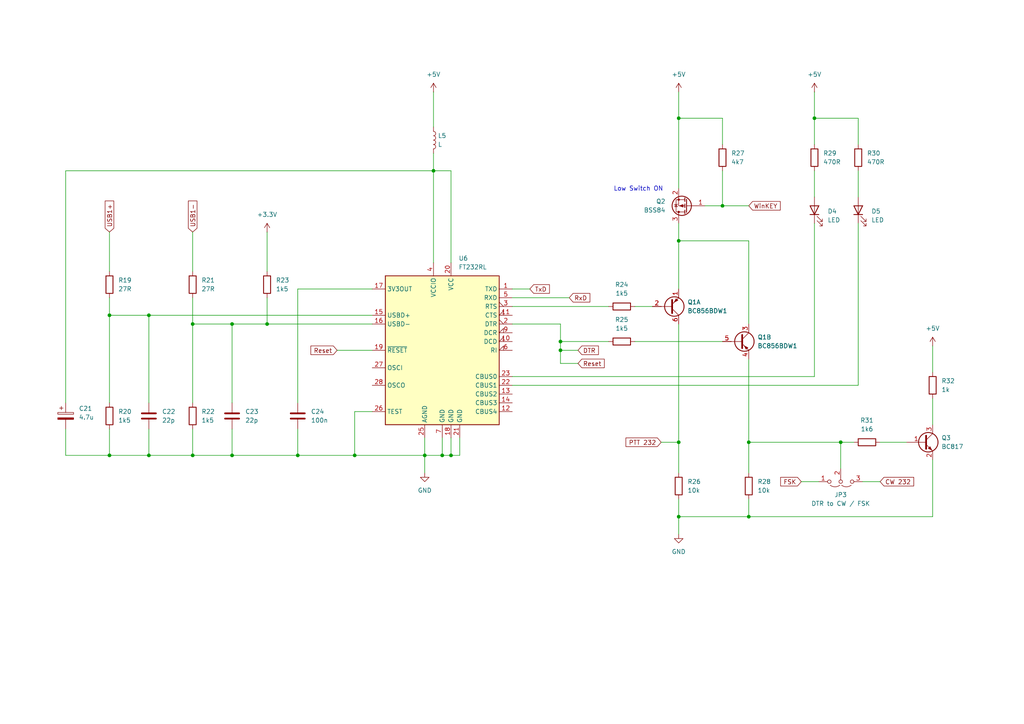
<source format=kicad_sch>
(kicad_sch (version 20231120) (generator "eeschema") (generator_version "8.0")
  (paper "A4")
  (title_block (rev "0.1"))
  (lib_symbols
    (symbol "Device:C" (pin_numbers hide) (pin_names (offset 0.254))
      (property "Reference" "C" (at 0.635 2.54 0))
      (property "Value" "C" (at 0.635 -2.54 0))
      (symbol "C_0_1"
        (polyline (pts (xy -2.032 -0.762) (xy 2.032 -0.762)) (stroke (width 0.508)))
        (polyline (pts (xy -2.032 0.762) (xy 2.032 0.762)) (stroke (width 0.508)))
      )
      (symbol "C_1_1"
        (pin passive line (at 0 3.81 270) (length 2.794) (name "~") (number "1"))
        (pin passive line (at 0 -3.81 90) (length 2.794) (name "~") (number "2"))
      )
    )
    (symbol "Device:C_Polarized" (pin_numbers hide) (pin_names (offset 0.254))
      (property "Reference" "C" (at 0.635 2.54 0))
      (property "Value" "C_Polarized" (at 0.635 -2.54 0))
      (symbol "C_Polarized_0_1"
        (rectangle (start -2.286 0.508) (end 2.286 1.016))
        (polyline (pts (xy -1.778 2.286) (xy -0.762 2.286)))
        (polyline (pts (xy -1.27 2.794) (xy -1.27 1.778)))
        (rectangle (start 2.286 -0.508) (end -2.286 -1.016) (fill (type outline)))
      )
      (symbol "C_Polarized_1_1"
        (pin passive line (at 0 3.81 270) (length 2.794) (name "~") (number "1"))
        (pin passive line (at 0 -3.81 90) (length 2.794) (name "~") (number "2"))
      )
    )
    (symbol "Device:L" (pin_numbers hide) (pin_names (offset 1.016) hide)
      (property "Reference" "L" (at -1.27 0 90))
      (property "Value" "L" (at 1.905 0 90))
      (symbol "L_0_1"
        (arc (start 0 -2.54) (mid 0.6323 -1.905) (end 0 -1.27))
        (arc (start 0 -1.27) (mid 0.6323 -0.635) (end 0 0))
        (arc (start 0 0) (mid 0.6323 0.635) (end 0 1.27))
        (arc (start 0 1.27) (mid 0.6323 1.905) (end 0 2.54))
      )
      (symbol "L_1_1"
        (pin passive line (at 0 3.81 270) (length 1.27) (name "1") (number "1"))
        (pin passive line (at 0 -3.81 90) (length 1.27) (name "2") (number "2"))
      )
    )
    (symbol "Device:LED" (pin_numbers hide) (pin_names (offset 1.016) hide)
      (property "Reference" "D" (at 0 2.54 0))
      (property "Value" "LED" (at 0 -2.54 0))
      (symbol "LED_0_1"
        (polyline (pts (xy -1.27 -1.27) (xy -1.27 1.27)) (stroke (width 0.254)))
        (polyline (pts (xy -1.27 0) (xy 1.27 0)))
        (polyline (pts (xy 1.27 -1.27) (xy 1.27 1.27) (xy -1.27 0) (xy 1.27 -1.27)) (stroke (width 0.254)))
        (polyline (pts (xy -3.048 -0.762) (xy -4.572 -2.286) (xy -3.81 -2.286) (xy -4.572 -2.286) (xy -4.572 -1.524)))
        (polyline (pts (xy -1.778 -0.762) (xy -3.302 -2.286) (xy -2.54 -2.286) (xy -3.302 -2.286) (xy -3.302 -1.524)))
      )
      (symbol "LED_1_1"
        (pin passive line (at -3.81 0 0) (length 2.54) (name "K") (number "1"))
        (pin passive line (at 3.81 0 180) (length 2.54) (name "A") (number "2"))
      )
    )
    (symbol "Device:R" (pin_numbers hide) (pin_names (offset 0))
      (property "Reference" "R" (at 2.032 0 90))
      (property "Value" "R" (at 0 0 90))
      (symbol "R_0_1"
        (rectangle (start -1.016 -2.54) (end 1.016 2.54) (stroke (width 0.254)))
      )
      (symbol "R_1_1"
        (pin passive line (at 0 3.81 270) (length 1.27) (name "~") (number "1"))
        (pin passive line (at 0 -3.81 90) (length 1.27) (name "~") (number "2"))
      )
    )
    (symbol "Interface_USB:FT232RL"
      (property "Reference" "U" (at -16.51 22.86 0))
      (property "Value" "FT232RL" (at 10.16 22.86 0))
      (symbol "FT232RL_0_1"
        (rectangle (start -16.51 21.59) (end 16.51 -21.59) (stroke (width 0.254)) (fill (type background)))
      )
      (symbol "FT232RL_1_1"
        (pin output line (at 20.32 17.78 180) (length 3.81) (name "TXD") (number "1"))
        (pin input input_low (at 20.32 2.54 180) (length 3.81) (name "DCD") (number "10"))
        (pin input input_low (at 20.32 10.16 180) (length 3.81) (name "CTS") (number "11"))
        (pin bidirectional line (at 20.32 -17.78 180) (length 3.81) (name "CBUS4") (number "12"))
        (pin bidirectional line (at 20.32 -12.7 180) (length 3.81) (name "CBUS2") (number "13"))
        (pin bidirectional line (at 20.32 -15.24 180) (length 3.81) (name "CBUS3") (number "14"))
        (pin bidirectional line (at -20.32 10.16 0) (length 3.81) (name "USBD+") (number "15"))
        (pin bidirectional line (at -20.32 7.62 0) (length 3.81) (name "USBD-") (number "16"))
        (pin power_out line (at -20.32 17.78 0) (length 3.81) (name "3V3OUT") (number "17"))
        (pin power_in line (at 2.54 -25.4 90) (length 3.81) (name "GND") (number "18"))
        (pin input line (at -20.32 0 0) (length 3.81) (name "~{RESET}") (number "19"))
        (pin output output_low (at 20.32 7.62 180) (length 3.81) (name "DTR") (number "2"))
        (pin power_in line (at 2.54 25.4 270) (length 3.81) (name "VCC") (number "20"))
        (pin power_in line (at 5.08 -25.4 90) (length 3.81) (name "GND") (number "21"))
        (pin bidirectional line (at 20.32 -10.16 180) (length 3.81) (name "CBUS1") (number "22"))
        (pin bidirectional line (at 20.32 -7.62 180) (length 3.81) (name "CBUS0") (number "23"))
        (pin power_in line (at -5.08 -25.4 90) (length 3.81) (name "AGND") (number "25"))
        (pin input line (at -20.32 -17.78 0) (length 3.81) (name "TEST") (number "26"))
        (pin input line (at -20.32 -5.08 0) (length 3.81) (name "OSCI") (number "27"))
        (pin output line (at -20.32 -10.16 0) (length 3.81) (name "OSCO") (number "28"))
        (pin output output_low (at 20.32 12.7 180) (length 3.81) (name "RTS") (number "3"))
        (pin power_in line (at -2.54 25.4 270) (length 3.81) (name "VCCIO") (number "4"))
        (pin input line (at 20.32 15.24 180) (length 3.81) (name "RXD") (number "5"))
        (pin input input_low (at 20.32 0 180) (length 3.81) (name "RI") (number "6"))
        (pin power_in line (at 0 -25.4 90) (length 3.81) (name "GND") (number "7"))
        (pin input input_low (at 20.32 5.08 180) (length 3.81) (name "DCR") (number "9"))
      )
    )
    (symbol "Jumper:Jumper_3_Open" (pin_names (offset 0) hide) (exclude_from_sim yes) (in_bom no)
      (property "Reference" "JP" (at -2.54 -2.54 0))
      (property "Value" "Jumper_3_Open" (at 0 2.794 0))
      (symbol "Jumper_3_Open_0_0"
        (circle (center -3.302 0) (radius 0.508))
        (circle (center 0 0) (radius 0.508))
        (circle (center 3.302 0) (radius 0.508))
      )
      (symbol "Jumper_3_Open_0_1"
        (arc (start -0.254 1.016) (mid -1.651 1.4992) (end -3.048 1.016))
        (polyline (pts (xy 0 -0.508) (xy 0 -1.27)))
        (arc (start 3.048 1.016) (mid 1.651 1.4992) (end 0.254 1.016))
      )
      (symbol "Jumper_3_Open_1_1"
        (pin passive line (at -6.35 0 0) (length 2.54) (name "A") (number "1"))
        (pin passive line (at 0 -3.81 90) (length 2.54) (name "C") (number "2"))
        (pin passive line (at 6.35 0 180) (length 2.54) (name "B") (number "3"))
      )
    )
    (symbol "Transistor_BJT:BC817" (pin_names (offset 0) hide)
      (property "Reference" "Q" (at 5.08 1.905 0))
      (property "Value" "BC817" (at 5.08 0 0))
      (symbol "BC817_0_1"
        (polyline (pts (xy 0.635 0.635) (xy 2.54 2.54)))
        (polyline (pts (xy 0.635 -0.635) (xy 2.54 -2.54) (xy 2.54 -2.54)))
        (polyline (pts (xy 0.635 1.905) (xy 0.635 -1.905) (xy 0.635 -1.905)) (stroke (width 0.508)))
        (polyline (pts (xy 1.27 -1.778) (xy 1.778 -1.27) (xy 2.286 -2.286) (xy 1.27 -1.778) (xy 1.27 -1.778)) (fill (type outline)))
        (circle (center 1.27 0) (radius 2.8194) (stroke (width 0.254)))
      )
      (symbol "BC817_1_1"
        (pin input line (at -5.08 0 0) (length 5.715) (name "B") (number "1"))
        (pin passive line (at 2.54 -5.08 90) (length 2.54) (name "E") (number "2"))
        (pin passive line (at 2.54 5.08 270) (length 2.54) (name "C") (number "3"))
      )
    )
    (symbol "Transistor_BJT:BC856BDW1" (pin_names (offset 0) hide)
      (property "Reference" "Q" (at 5.08 1.27 0))
      (property "Value" "BC856BDW1" (at 5.08 -1.27 0))
      (symbol "BC856BDW1_0_1"
        (polyline (pts (xy 0.635 0) (xy -2.54 0)))
        (polyline (pts (xy 0.635 0.635) (xy 2.54 2.54)))
        (polyline (pts (xy 0.635 -0.635) (xy 2.54 -2.54) (xy 2.54 -2.54)))
        (polyline (pts (xy 0.635 1.905) (xy 0.635 -1.905) (xy 0.635 -1.905)) (stroke (width 0.508)))
        (polyline (pts (xy 2.286 -1.778) (xy 1.778 -2.286) (xy 1.27 -1.27) (xy 2.286 -1.778) (xy 2.286 -1.778)) (fill (type outline)))
        (circle (center 1.27 0) (radius 2.8194) (stroke (width 0.254)))
      )
      (symbol "BC856BDW1_1_1"
        (pin passive line (at 2.54 -5.08 90) (length 2.54) (name "E1") (number "1"))
        (pin input line (at -5.08 0 0) (length 2.54) (name "B1") (number "2"))
        (pin passive line (at 2.54 5.08 270) (length 2.54) (name "C1") (number "6"))
      )
      (symbol "BC856BDW1_2_1"
        (pin passive line (at 2.54 5.08 270) (length 2.54) (name "C2") (number "3"))
        (pin passive line (at 2.54 -5.08 90) (length 2.54) (name "E2") (number "4"))
        (pin input line (at -5.08 0 0) (length 2.54) (name "B2") (number "5"))
      )
    )
    (symbol "Transistor_FET:BSS84" (pin_names hide)
      (property "Reference" "Q" (at 5.08 1.905 0))
      (property "Value" "BSS84" (at 5.08 0 0))
      (symbol "BSS84_0_1"
        (polyline (pts (xy 0.254 0) (xy -2.54 0)))
        (polyline (pts (xy 0.254 1.905) (xy 0.254 -1.905)) (stroke (width 0.254)))
        (polyline (pts (xy 0.762 -1.27) (xy 0.762 -2.286)) (stroke (width 0.254)))
        (polyline (pts (xy 0.762 0.508) (xy 0.762 -0.508)) (stroke (width 0.254)))
        (polyline (pts (xy 0.762 2.286) (xy 0.762 1.27)) (stroke (width 0.254)))
        (polyline (pts (xy 2.54 2.54) (xy 2.54 1.778)))
        (polyline (pts (xy 2.54 -2.54) (xy 2.54 0) (xy 0.762 0)))
        (polyline (pts (xy 0.762 1.778) (xy 3.302 1.778) (xy 3.302 -1.778) (xy 0.762 -1.778)))
        (polyline (pts (xy 2.286 0) (xy 1.27 0.381) (xy 1.27 -0.381) (xy 2.286 0)) (fill (type outline)))
        (polyline (pts (xy 2.794 -0.508) (xy 2.921 -0.381) (xy 3.683 -0.381) (xy 3.81 -0.254)))
        (polyline (pts (xy 3.302 -0.381) (xy 2.921 0.254) (xy 3.683 0.254) (xy 3.302 -0.381)))
        (circle (center 1.651 0) (radius 2.794) (stroke (width 0.254)))
        (circle (center 2.54 -1.778) (radius 0.254) (fill (type outline)))
        (circle (center 2.54 1.778) (radius 0.254) (fill (type outline)))
      )
      (symbol "BSS84_1_1"
        (pin input line (at -5.08 0 0) (length 2.54) (name "G") (number "1"))
        (pin passive line (at 2.54 -5.08 90) (length 2.54) (name "S") (number "2"))
        (pin passive line (at 2.54 5.08 270) (length 2.54) (name "D") (number "3"))
      )
    )
    (symbol "power:+3.3V" (power) (pin_numbers hide) (pin_names (offset 0) hide)
      (property "Value" "+3.3V" (at 0 3.556 0))
      (symbol "+3.3V_0_1"
        (polyline (pts (xy -0.762 1.27) (xy 0 2.54)))
        (polyline (pts (xy 0 0) (xy 0 2.54)))
        (polyline (pts (xy 0 2.54) (xy 0.762 1.27)))
      )
      (symbol "+3.3V_1_1"
        (pin power_in line (at 0 0 90) (length 0) (name "~") (number "1"))
      )
    )
    (symbol "power:+5V" (power) (pin_numbers hide) (pin_names (offset 0) hide)
      (property "Value" "+5V" (at 0 3.556 0))
      (symbol "+5V_0_1"
        (polyline (pts (xy -0.762 1.27) (xy 0 2.54)))
        (polyline (pts (xy 0 0) (xy 0 2.54)))
        (polyline (pts (xy 0 2.54) (xy 0.762 1.27)))
      )
      (symbol "+5V_1_1"
        (pin power_in line (at 0 0 90) (length 0) (name "~") (number "1"))
      )
    )
    (symbol "power:GND" (power) (pin_numbers hide) (pin_names (offset 0) hide)
      (property "Value" "GND" (at 0 -3.81 0))
      (symbol "GND_0_1"
        (polyline (pts (xy 0 0) (xy 0 -1.27) (xy 1.27 -1.27) (xy 0 -2.54) (xy -1.27 -1.27) (xy 0 -1.27)))
      )
      (symbol "GND_1_1"
        (pin power_in line (at 0 0 270) (length 0) (name "~") (number "1"))
      )
    )
  )
  (junction (at 217.17 149.86))
  (junction (at 217.17 128.27))
  (junction (at 31.75 132.08))
  (junction (at 67.31 132.08))
  (junction (at 162.56 101.6))
  (junction (at 55.88 132.08))
  (junction (at 196.85 149.86))
  (junction (at 43.18 132.08))
  (junction (at 243.84 128.27))
  (junction (at 209.55 59.69))
  (junction (at 130.81 132.08))
  (junction (at 125.73 49.53))
  (junction (at 128.27 132.08))
  (junction (at 77.47 93.98))
  (junction (at 43.18 91.44))
  (junction (at 123.19 132.08))
  (junction (at 196.85 69.85))
  (junction (at 162.56 99.06))
  (junction (at 196.85 34.29))
  (junction (at 67.31 93.98))
  (junction (at 196.85 128.27))
  (junction (at 102.87 132.08))
  (junction (at 31.75 91.44))
  (junction (at 55.88 93.98))
  (junction (at 86.36 132.08))
  (junction (at 236.22 34.29))
  (wire (pts (xy 243.84 128.27) (xy 243.84 135.89)))
  (wire (pts (xy 217.17 69.85) (xy 217.17 93.98)))
  (wire (pts (xy 77.47 86.36) (xy 77.47 93.98)))
  (wire (pts (xy 196.85 64.77) (xy 196.85 69.85)))
  (wire (pts (xy 196.85 149.86) (xy 196.85 154.94)))
  (wire (pts (xy 130.81 132.08) (xy 128.27 132.08)))
  (wire (pts (xy 204.47 59.69) (xy 209.55 59.69)))
  (wire (pts (xy 31.75 132.08) (xy 43.18 132.08)))
  (wire (pts (xy 31.75 86.36) (xy 31.75 91.44)))
  (wire (pts (xy 55.88 124.46) (xy 55.88 132.08)))
  (wire (pts (xy 167.64 101.6) (xy 162.56 101.6)))
  (wire (pts (xy 148.59 86.36) (xy 165.1 86.36)))
  (wire (pts (xy 19.05 49.53) (xy 125.73 49.53)))
  (wire (pts (xy 217.17 128.27) (xy 243.84 128.27)))
  (wire (pts (xy 133.35 132.08) (xy 130.81 132.08)))
  (wire (pts (xy 196.85 128.27) (xy 196.85 137.16)))
  (wire (pts (xy 86.36 124.46) (xy 86.36 132.08)))
  (wire (pts (xy 217.17 128.27) (xy 217.17 137.16)))
  (wire (pts (xy 236.22 34.29) (xy 248.92 34.29)))
  (wire (pts (xy 148.59 88.9) (xy 176.53 88.9)))
  (wire (pts (xy 125.73 26.67) (xy 125.73 36.83)))
  (wire (pts (xy 123.19 132.08) (xy 123.19 137.16)))
  (wire (pts (xy 67.31 93.98) (xy 55.88 93.98)))
  (wire (pts (xy 148.59 93.98) (xy 162.56 93.98)))
  (wire (pts (xy 102.87 132.08) (xy 123.19 132.08)))
  (wire (pts (xy 243.84 128.27) (xy 247.65 128.27)))
  (wire (pts (xy 97.79 101.6) (xy 107.95 101.6)))
  (wire (pts (xy 67.31 132.08) (xy 86.36 132.08)))
  (wire (pts (xy 162.56 101.6) (xy 162.56 99.06)))
  (wire (pts (xy 248.92 111.76) (xy 248.92 64.77)))
  (wire (pts (xy 128.27 127) (xy 128.27 132.08)))
  (wire (pts (xy 248.92 49.53) (xy 248.92 57.15)))
  (wire (pts (xy 31.75 91.44) (xy 31.75 116.84)))
  (wire (pts (xy 77.47 67.31) (xy 77.47 78.74)))
  (wire (pts (xy 102.87 119.38) (xy 102.87 132.08)))
  (wire (pts (xy 55.88 132.08) (xy 67.31 132.08)))
  (wire (pts (xy 167.64 105.41) (xy 162.56 105.41)))
  (wire (pts (xy 125.73 44.45) (xy 125.73 49.53)))
  (wire (pts (xy 196.85 69.85) (xy 217.17 69.85)))
  (wire (pts (xy 55.88 93.98) (xy 55.88 116.84)))
  (wire (pts (xy 148.59 111.76) (xy 248.92 111.76)))
  (wire (pts (xy 196.85 149.86) (xy 217.17 149.86)))
  (wire (pts (xy 130.81 49.53) (xy 125.73 49.53)))
  (wire (pts (xy 232.41 139.7) (xy 237.49 139.7)))
  (wire (pts (xy 191.77 128.27) (xy 196.85 128.27)))
  (wire (pts (xy 43.18 132.08) (xy 55.88 132.08)))
  (wire (pts (xy 31.75 124.46) (xy 31.75 132.08)))
  (wire (pts (xy 196.85 26.67) (xy 196.85 34.29)))
  (wire (pts (xy 184.15 88.9) (xy 189.23 88.9)))
  (wire (pts (xy 196.85 93.98) (xy 196.85 128.27)))
  (wire (pts (xy 209.55 59.69) (xy 217.17 59.69)))
  (wire (pts (xy 248.92 41.91) (xy 248.92 34.29)))
  (wire (pts (xy 162.56 93.98) (xy 162.56 99.06)))
  (wire (pts (xy 43.18 91.44) (xy 31.75 91.44)))
  (wire (pts (xy 270.51 100.33) (xy 270.51 107.95)))
  (wire (pts (xy 148.59 83.82) (xy 153.67 83.82)))
  (wire (pts (xy 107.95 91.44) (xy 43.18 91.44)))
  (wire (pts (xy 196.85 83.82) (xy 196.85 69.85)))
  (wire (pts (xy 250.19 139.7) (xy 255.27 139.7)))
  (wire (pts (xy 236.22 34.29) (xy 236.22 41.91)))
  (wire (pts (xy 19.05 132.08) (xy 31.75 132.08)))
  (wire (pts (xy 196.85 144.78) (xy 196.85 149.86)))
  (wire (pts (xy 55.88 86.36) (xy 55.88 93.98)))
  (wire (pts (xy 270.51 149.86) (xy 217.17 149.86)))
  (wire (pts (xy 196.85 34.29) (xy 209.55 34.29)))
  (wire (pts (xy 196.85 34.29) (xy 196.85 54.61)))
  (wire (pts (xy 67.31 93.98) (xy 67.31 116.84)))
  (wire (pts (xy 162.56 105.41) (xy 162.56 101.6)))
  (wire (pts (xy 125.73 49.53) (xy 125.73 76.2)))
  (wire (pts (xy 19.05 124.46) (xy 19.05 132.08)))
  (wire (pts (xy 209.55 41.91) (xy 209.55 34.29)))
  (wire (pts (xy 107.95 93.98) (xy 77.47 93.98)))
  (wire (pts (xy 217.17 144.78) (xy 217.17 149.86)))
  (wire (pts (xy 148.59 109.22) (xy 236.22 109.22)))
  (wire (pts (xy 184.15 99.06) (xy 209.55 99.06)))
  (wire (pts (xy 236.22 26.67) (xy 236.22 34.29)))
  (wire (pts (xy 86.36 132.08) (xy 102.87 132.08)))
  (wire (pts (xy 270.51 115.57) (xy 270.51 123.19)))
  (wire (pts (xy 209.55 59.69) (xy 209.55 49.53)))
  (wire (pts (xy 130.81 127) (xy 130.81 132.08)))
  (wire (pts (xy 77.47 93.98) (xy 67.31 93.98)))
  (wire (pts (xy 130.81 49.53) (xy 130.81 76.2)))
  (wire (pts (xy 86.36 116.84) (xy 86.36 83.82)))
  (wire (pts (xy 107.95 119.38) (xy 102.87 119.38)))
  (wire (pts (xy 123.19 132.08) (xy 128.27 132.08)))
  (wire (pts (xy 86.36 83.82) (xy 107.95 83.82)))
  (wire (pts (xy 43.18 124.46) (xy 43.18 132.08)))
  (wire (pts (xy 55.88 67.31) (xy 55.88 78.74)))
  (wire (pts (xy 236.22 49.53) (xy 236.22 57.15)))
  (wire (pts (xy 43.18 91.44) (xy 43.18 116.84)))
  (wire (pts (xy 133.35 127) (xy 133.35 132.08)))
  (wire (pts (xy 31.75 67.31) (xy 31.75 78.74)))
  (wire (pts (xy 123.19 127) (xy 123.19 132.08)))
  (wire (pts (xy 236.22 109.22) (xy 236.22 64.77)))
  (wire (pts (xy 67.31 124.46) (xy 67.31 132.08)))
  (wire (pts (xy 19.05 116.84) (xy 19.05 49.53)))
  (wire (pts (xy 217.17 104.14) (xy 217.17 128.27)))
  (wire (pts (xy 162.56 99.06) (xy 176.53 99.06)))
  (wire (pts (xy 270.51 133.35) (xy 270.51 149.86)))
  (wire (pts (xy 262.89 128.27) (xy 255.27 128.27)))
  (text "Low Switch ON" (at 185.166 54.864 0) (effects (font (size 1.27 1.27))))
  (global_label "Reset" (shape input) (at 97.79 101.6 180) (property "Intersheetrefs" "${INTERSHEET_REFS}" (effects (hide yes))))
  (global_label "TxD" (shape input) (at 153.67 83.82 0) (property "Intersheetrefs" "${INTERSHEET_REFS}" (effects (hide yes))))
  (global_label "Reset" (shape input) (at 167.64 105.41 0) (property "Intersheetrefs" "${INTERSHEET_REFS}" (effects (hide yes))))
  (global_label "USB1-" (shape input) (at 55.88 67.31 90) (property "Intersheetrefs" "${INTERSHEET_REFS}" (effects (hide yes))))
  (global_label "CW 232" (shape input) (at 255.27 139.7 0) (property "Intersheetrefs" "${INTERSHEET_REFS}" (effects (hide yes))))
  (global_label "WinKEY" (shape input) (at 217.17 59.69 0) (property "Intersheetrefs" "${INTERSHEET_REFS}" (effects (hide yes))))
  (global_label "FSK" (shape input) (at 232.41 139.7 180) (property "Intersheetrefs" "${INTERSHEET_REFS}" (effects (hide yes))))
  (global_label "PTT 232" (shape input) (at 191.77 128.27 180) (property "Intersheetrefs" "${INTERSHEET_REFS}" (effects (hide yes))))
  (global_label "DTR" (shape input) (at 167.64 101.6 0) (property "Intersheetrefs" "${INTERSHEET_REFS}" (effects (hide yes))))
  (global_label "USB1+" (shape input) (at 31.75 67.31 90) (property "Intersheetrefs" "${INTERSHEET_REFS}" (effects (hide yes))))
  (global_label "RxD" (shape input) (at 165.1 86.36 0) (property "Intersheetrefs" "${INTERSHEET_REFS}" (effects (hide yes))))
  (symbol (lib_id "Device:R") (at 180.34 88.9 90) (unit 1)
    (property "Reference" "R24" (at 180.34 82.55 90))
    (property "Value" "1k5" (at 180.34 85.09 90))
    (property "Description" "Resistor" (effects (hide yes)))
  )
  (symbol (lib_id "power:GND") (at 196.85 154.94 0) (unit 1)
    (property "Reference" "#PWR23" (effects (hide yes)))
    (property "Value" "GND" (at 196.85 160.02 0))
    (property "Description" "Power symbol creates a global label with name \"GND\" , ground" (effects (hide yes)))
  )
  (symbol (lib_id "Device:C_Polarized") (at 19.05 120.65 0) (unit 1)
    (property "Reference" "C21" (at 22.86 118.4909 0) (effects (justify left)))
    (property "Value" "4.7u" (at 22.86 121.0309 0) (effects (justify left)))
    (property "Description" "Polarized capacitor" (effects (hide yes)))
  )
  (symbol (lib_id "Device:C") (at 43.18 120.65 0) (unit 1)
    (property "Reference" "C22" (at 46.99 119.3799 0) (effects (justify left)))
    (property "Value" "22p" (at 46.99 121.9199 0) (effects (justify left)))
    (property "Description" "Unpolarized capacitor" (effects (hide yes)))
  )
  (symbol (lib_id "Transistor_BJT:BC856BDW1") (at 214.63 99.06 0) (unit 2)
    (property "Reference" "Q1" (at 219.71 97.7899 0) (effects (justify left)))
    (property "Value" "BC856BDW1" (at 219.71 100.3299 0) (effects (justify left)))
    (property "Datasheet" "http://www.onsemi.com/pub_link/Collateral/BC856BDW1T1-D.PDF" (effects (hide yes)))
    (property "Description" "100mA IC, 65V Vce, Dual PNP/PNP Transistors, SOT-363" (effects (hide yes)))
  )
  (symbol (lib_id "Device:R") (at 251.46 128.27 90) (unit 1)
    (property "Reference" "R31" (at 251.46 121.92 90))
    (property "Value" "1k6" (at 251.46 124.46 90))
    (property "Description" "Resistor" (effects (hide yes)))
  )
  (symbol (lib_id "power:+5V") (at 125.73 26.67 0) (unit 1)
    (property "Reference" "#PWR21" (effects (hide yes)))
    (property "Value" "+5V" (at 125.73 21.59 0))
    (property "Description" "Power symbol creates a global label with name \"+5V\"" (effects (hide yes)))
  )
  (symbol (lib_id "Jumper:Jumper_3_Open") (at 243.84 139.7 0) (mirror x) (unit 1) (exclude_from_sim yes) (in_bom no)
    (property "Reference" "JP3" (at 243.84 143.51 0))
    (property "Value" "DTR to CW / FSK" (at 243.84 146.05 0))
    (property "Description" "Jumper, 3-pole, both open" (effects (hide yes)))
  )
  (symbol (lib_id "power:+5V") (at 196.85 26.67 0) (unit 1)
    (property "Reference" "#PWR22" (effects (hide yes)))
    (property "Value" "+5V" (at 196.85 21.59 0))
    (property "Description" "Power symbol creates a global label with name \"+5V\"" (effects (hide yes)))
  )
  (symbol (lib_id "Transistor_FET:BSS84") (at 199.39 59.69 180) (unit 1)
    (property "Reference" "Q2" (at 193.04 58.4199 0) (effects (justify left)))
    (property "Value" "BSS84" (at 193.04 60.9599 0) (effects (justify left)))
    (property "Datasheet" "http://assets.nexperia.com/documents/data-sheet/BSS84.pdf" (effects (hide yes)))
    (property "Description" "-0.13A Id, -50V Vds, P-Channel MOSFET, SOT-23" (effects (hide yes)))
  )
  (symbol (lib_id "Device:R") (at 209.55 45.72 0) (unit 1)
    (property "Reference" "R27" (at 212.09 44.4499 0) (effects (justify left)))
    (property "Value" "4k7" (at 212.09 46.9899 0) (effects (justify left)))
    (property "Description" "Resistor" (effects (hide yes)))
  )
  (symbol (lib_id "Device:LED") (at 248.92 60.96 90) (unit 1)
    (property "Reference" "D5" (at 252.73 61.2774 90) (effects (justify right)))
    (property "Value" "LED" (at 252.73 63.8174 90) (effects (justify right)))
    (property "Description" "Light emitting diode" (effects (hide yes)))
  )
  (symbol (lib_id "Device:R") (at 77.47 82.55 0) (unit 1)
    (property "Reference" "R23" (at 80.01 81.2799 0) (effects (justify left)))
    (property "Value" "1k5" (at 80.01 83.8199 0) (effects (justify left)))
    (property "Description" "Resistor" (effects (hide yes)))
  )
  (symbol (lib_id "Device:R") (at 248.92 45.72 0) (unit 1)
    (property "Reference" "R30" (at 251.46 44.4499 0) (effects (justify left)))
    (property "Value" "470R" (at 251.46 46.9899 0) (effects (justify left)))
    (property "Description" "Resistor" (effects (hide yes)))
  )
  (symbol (lib_id "Device:R") (at 55.88 82.55 0) (unit 1)
    (property "Reference" "R21" (at 58.42 81.2799 0) (effects (justify left)))
    (property "Value" "27R" (at 58.42 83.8199 0) (effects (justify left)))
    (property "Description" "Resistor" (effects (hide yes)))
  )
  (symbol (lib_id "Device:R") (at 55.88 120.65 0) (unit 1)
    (property "Reference" "R22" (at 58.42 119.3799 0) (effects (justify left)))
    (property "Value" "1k5" (at 58.42 121.9199 0) (effects (justify left)))
    (property "Description" "Resistor" (effects (hide yes)))
  )
  (symbol (lib_id "Transistor_BJT:BC817") (at 267.97 128.27 0) (unit 1)
    (property "Reference" "Q3" (at 273.05 126.9999 0) (effects (justify left)))
    (property "Value" "BC817" (at 273.05 129.5399 0) (effects (justify left)))
    (property "Datasheet" "https://www.onsemi.com/pub/Collateral/BC818-D.pdf" (effects (hide yes)))
    (property "Description" "0.8A Ic, 45V Vce, NPN Transistor, SOT-23" (effects (hide yes)))
  )
  (symbol (lib_id "Device:C") (at 86.36 120.65 0) (unit 1)
    (property "Reference" "C24" (at 90.17 119.3799 0) (effects (justify left)))
    (property "Value" "100n" (at 90.17 121.9199 0) (effects (justify left)))
    (property "Description" "Unpolarized capacitor" (effects (hide yes)))
  )
  (symbol (lib_id "power:+5V") (at 236.22 26.67 0) (unit 1)
    (property "Reference" "#PWR24" (effects (hide yes)))
    (property "Value" "+5V" (at 236.22 21.59 0))
    (property "Description" "Power symbol creates a global label with name \"+5V\"" (effects (hide yes)))
  )
  (symbol (lib_id "Device:R") (at 217.17 140.97 0) (unit 1)
    (property "Reference" "R28" (at 219.71 139.6999 0) (effects (justify left)))
    (property "Value" "10k" (at 219.71 142.2399 0) (effects (justify left)))
    (property "Description" "Resistor" (effects (hide yes)))
  )
  (symbol (lib_id "Device:R") (at 31.75 120.65 0) (unit 1)
    (property "Reference" "R20" (at 34.29 119.3799 0) (effects (justify left)))
    (property "Value" "1k5" (at 34.29 121.9199 0) (effects (justify left)))
    (property "Description" "Resistor" (effects (hide yes)))
  )
  (symbol (lib_id "Device:R") (at 236.22 45.72 0) (unit 1)
    (property "Reference" "R29" (at 238.76 44.4499 0) (effects (justify left)))
    (property "Value" "470R" (at 238.76 46.9899 0) (effects (justify left)))
    (property "Description" "Resistor" (effects (hide yes)))
  )
  (symbol (lib_id "power:+3.3V") (at 77.47 67.31 0) (unit 1)
    (property "Reference" "#PWR19" (effects (hide yes)))
    (property "Value" "+3.3V" (at 77.47 62.23 0))
    (property "Description" "Power symbol creates a global label with name \"+3.3V\"" (effects (hide yes)))
  )
  (symbol (lib_id "power:GND") (at 123.19 137.16 0) (unit 1)
    (property "Reference" "#PWR20" (effects (hide yes)))
    (property "Value" "GND" (at 123.19 142.24 0))
    (property "Description" "Power symbol creates a global label with name \"GND\" , ground" (effects (hide yes)))
  )
  (symbol (lib_id "Device:R") (at 180.34 99.06 90) (unit 1)
    (property "Reference" "R25" (at 180.34 92.71 90))
    (property "Value" "1k5" (at 180.34 95.25 90))
    (property "Description" "Resistor" (effects (hide yes)))
  )
  (symbol (lib_id "Device:R") (at 270.51 111.76 0) (unit 1)
    (property "Reference" "R32" (at 273.05 110.4899 0) (effects (justify left)))
    (property "Value" "1k" (at 273.05 113.0299 0) (effects (justify left)))
    (property "Description" "Resistor" (effects (hide yes)))
  )
  (symbol (lib_id "Device:R") (at 31.75 82.55 0) (unit 1)
    (property "Reference" "R19" (at 34.29 81.2799 0) (effects (justify left)))
    (property "Value" "27R" (at 34.29 83.8199 0) (effects (justify left)))
    (property "Description" "Resistor" (effects (hide yes)))
  )
  (symbol (lib_id "power:+5V") (at 270.51 100.33 0) (unit 1)
    (property "Reference" "#PWR25" (effects (hide yes)))
    (property "Value" "+5V" (at 270.51 95.25 0))
    (property "Description" "Power symbol creates a global label with name \"+5V\"" (effects (hide yes)))
  )
  (symbol (lib_id "Transistor_BJT:BC856BDW1") (at 194.31 88.9 0) (mirror x) (unit 1)
    (property "Reference" "Q1" (at 199.39 87.6299 0) (effects (justify left)))
    (property "Value" "BC856BDW1" (at 199.39 90.1699 0) (effects (justify left)))
    (property "Datasheet" "http://www.onsemi.com/pub_link/Collateral/BC856BDW1T1-D.PDF" (effects (hide yes)))
    (property "Description" "100mA IC, 65V Vce, Dual PNP/PNP Transistors, SOT-363" (effects (hide yes)))
  )
  (symbol (lib_id "Device:R") (at 196.85 140.97 0) (unit 1)
    (property "Reference" "R26" (at 199.39 139.6999 0) (effects (justify left)))
    (property "Value" "10k" (at 199.39 142.2399 0) (effects (justify left)))
    (property "Description" "Resistor" (effects (hide yes)))
  )
  (symbol (lib_id "Device:LED") (at 236.22 60.96 90) (unit 1)
    (property "Reference" "D4" (at 240.03 61.2774 90) (effects (justify right)))
    (property "Value" "LED" (at 240.03 63.8174 90) (effects (justify right)))
    (property "Description" "Light emitting diode" (effects (hide yes)))
  )
  (symbol (lib_id "Device:L") (at 125.73 40.64 0) (unit 1)
    (property "Reference" "L5" (at 127 39.3699 0) (effects (justify left)))
    (property "Value" "L" (at 127 41.9099 0) (effects (justify left)))
    (property "Description" "Inductor" (effects (hide yes)))
  )
  (symbol (lib_id "Interface_USB:FT232RL") (at 128.27 101.6 0) (unit 1)
    (property "Reference" "U6" (at 133.0041 74.93 0) (effects (justify left)))
    (property "Value" "FT232RL" (at 133.0041 77.47 0) (effects (justify left)))
    (property "Datasheet" "https://www.ftdichip.com/Support/Documents/DataSheets/ICs/DS_FT232R.pdf" (effects (hide yes)))
    (property "Description" "USB to Serial Interface, SSOP-28" (effects (hide yes)))
  )
  (symbol (lib_id "Device:C") (at 67.31 120.65 0) (unit 1)
    (property "Reference" "C23" (at 71.12 119.3799 0) (effects (justify left)))
    (property "Value" "22p" (at 71.12 121.9199 0) (effects (justify left)))
    (property "Description" "Unpolarized capacitor" (effects (hide yes)))
  )
)
</source>
